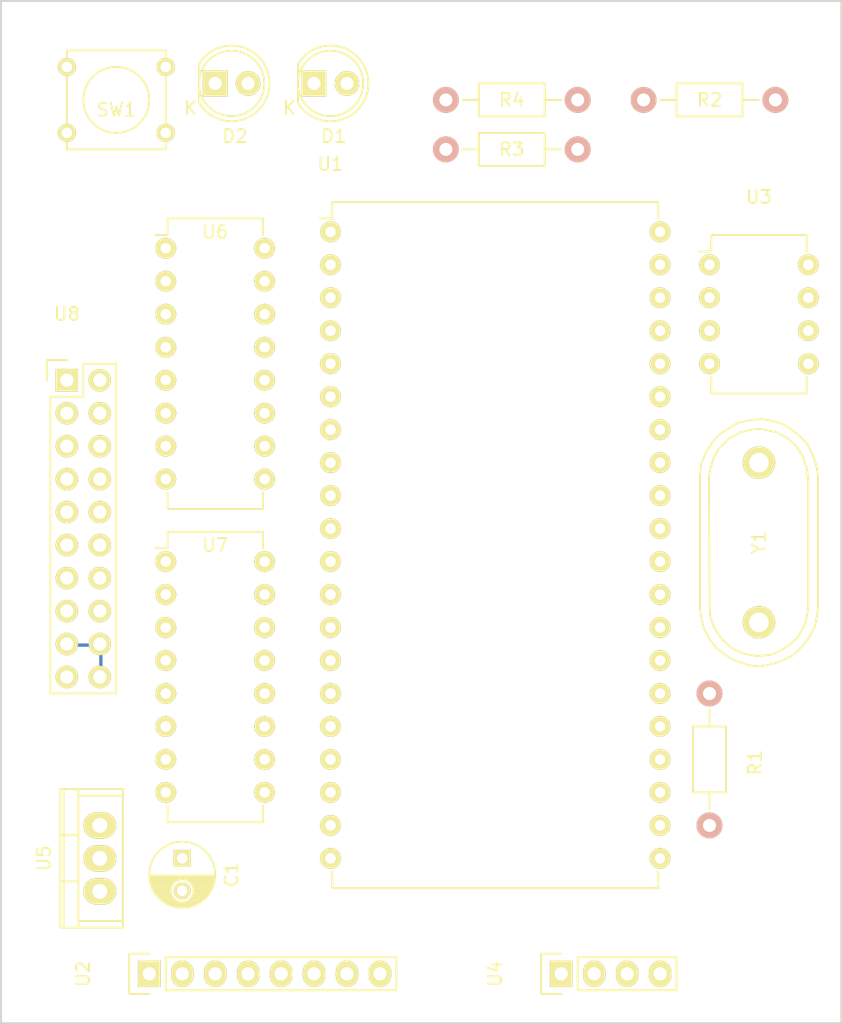
<source format=kicad_pcb>
(kicad_pcb (version 4) (host pcbnew 4.0.0-stable)

  (general
    (links 74)
    (no_connects 74)
    (area 30.404999 30.404999 157.555001 132.155001)
    (thickness 1.6)
    (drawings 4)
    (tracks 2)
    (zones 0)
    (modules 17)
    (nets 58)
  )

  (page A4)
  (layers
    (0 F.Cu signal)
    (31 B.Cu signal)
    (32 B.Adhes user)
    (33 F.Adhes user)
    (34 B.Paste user)
    (35 F.Paste user)
    (36 B.SilkS user)
    (37 F.SilkS user)
    (38 B.Mask user)
    (39 F.Mask user)
    (40 Dwgs.User user)
    (41 Cmts.User user)
    (42 Eco1.User user)
    (43 Eco2.User user)
    (44 Edge.Cuts user)
    (45 Margin user)
    (46 B.CrtYd user)
    (47 F.CrtYd user)
    (48 B.Fab user)
    (49 F.Fab user)
  )

  (setup
    (last_trace_width 0.25)
    (trace_clearance 0.2)
    (zone_clearance 0.508)
    (zone_45_only no)
    (trace_min 0.2)
    (segment_width 0.2)
    (edge_width 0.15)
    (via_size 0.6)
    (via_drill 0.4)
    (via_min_size 0.4)
    (via_min_drill 0.3)
    (uvia_size 0.3)
    (uvia_drill 0.1)
    (uvias_allowed no)
    (uvia_min_size 0.2)
    (uvia_min_drill 0.1)
    (pcb_text_width 0.3)
    (pcb_text_size 1.5 1.5)
    (mod_edge_width 0.15)
    (mod_text_size 1 1)
    (mod_text_width 0.15)
    (pad_size 1.524 1.524)
    (pad_drill 0.762)
    (pad_to_mask_clearance 0.2)
    (aux_axis_origin 0 0)
    (visible_elements FFFFFF7F)
    (pcbplotparams
      (layerselection 0x00030_80000001)
      (usegerberextensions false)
      (excludeedgelayer true)
      (linewidth 0.100000)
      (plotframeref false)
      (viasonmask false)
      (mode 1)
      (useauxorigin false)
      (hpglpennumber 1)
      (hpglpenspeed 20)
      (hpglpendiameter 15)
      (hpglpenoverlay 2)
      (psnegative false)
      (psa4output false)
      (plotreference true)
      (plotvalue true)
      (plotinvisibletext false)
      (padsonsilk false)
      (subtractmaskfromsilk false)
      (outputformat 1)
      (mirror false)
      (drillshape 1)
      (scaleselection 1)
      (outputdirectory ""))
  )

  (net 0 "")
  (net 1 +3V3)
  (net 2 "Net-(R1-Pad2)")
  (net 3 GND)
  (net 4 "Net-(U1-Pad2)")
  (net 5 "Net-(U1-Pad3)")
  (net 6 "Net-(U1-Pad4)")
  (net 7 "Net-(U1-Pad5)")
  (net 8 "Net-(U1-Pad6)")
  (net 9 "Net-(U1-Pad7)")
  (net 10 "Net-(U1-Pad8)")
  (net 11 "Net-(U1-Pad13)")
  (net 12 "Net-(U1-Pad14)")
  (net 13 "Net-(U1-Pad15)")
  (net 14 "Net-(U1-Pad16)")
  (net 15 "Net-(U1-Pad17)")
  (net 16 "Net-(U1-Pad18)")
  (net 17 "Net-(U1-Pad19)")
  (net 18 "Net-(U1-Pad20)")
  (net 19 "Net-(U1-Pad30)")
  (net 20 "Net-(U1-Pad31)")
  (net 21 "Net-(U1-Pad36)")
  (net 22 "Net-(U1-Pad37)")
  (net 23 "Net-(U1-Pad39)")
  (net 24 "Net-(U1-Pad40)")
  (net 25 "Net-(D1-Pad1)")
  (net 26 "Net-(D2-Pad1)")
  (net 27 "Net-(D2-Pad2)")
  (net 28 "Net-(R2-Pad2)")
  (net 29 /D0)
  (net 30 /D1)
  (net 31 /D2)
  (net 32 /D3)
  (net 33 /D4)
  (net 34 /D5)
  (net 35 /D6)
  (net 36 /D7)
  (net 37 //IORQ)
  (net 38 //WR)
  (net 39 /A7)
  (net 40 "Net-(U6-Pad3)")
  (net 41 "Net-(U6-Pad5)")
  (net 42 "Net-(U6-Pad7)")
  (net 43 "Net-(U6-Pad9)")
  (net 44 "Net-(U6-Pad11)")
  (net 45 "Net-(U6-Pad14)")
  (net 46 "Net-(U7-Pad3)")
  (net 47 "Net-(U7-Pad5)")
  (net 48 "Net-(U7-Pad7)")
  (net 49 "Net-(U7-Pad9)")
  (net 50 "Net-(U7-Pad11)")
  (net 51 "Net-(U7-Pad15)")
  (net 52 +5V)
  (net 53 "Net-(U8-Pad3)")
  (net 54 "Net-(U8-Pad4)")
  (net 55 "Net-(U8-Pad5)")
  (net 56 "Net-(U8-Pad6)")
  (net 57 "Net-(U8-Pad7)")

  (net_class Default "This is the default net class."
    (clearance 0.2)
    (trace_width 0.25)
    (via_dia 0.6)
    (via_drill 0.4)
    (uvia_dia 0.3)
    (uvia_drill 0.1)
    (add_net +3V3)
    (add_net +5V)
    (add_net //IORQ)
    (add_net //WR)
    (add_net /A7)
    (add_net /D0)
    (add_net /D1)
    (add_net /D2)
    (add_net /D3)
    (add_net /D4)
    (add_net /D5)
    (add_net /D6)
    (add_net /D7)
    (add_net GND)
    (add_net "Net-(D1-Pad1)")
    (add_net "Net-(D2-Pad1)")
    (add_net "Net-(D2-Pad2)")
    (add_net "Net-(R1-Pad2)")
    (add_net "Net-(R2-Pad2)")
    (add_net "Net-(U1-Pad13)")
    (add_net "Net-(U1-Pad14)")
    (add_net "Net-(U1-Pad15)")
    (add_net "Net-(U1-Pad16)")
    (add_net "Net-(U1-Pad17)")
    (add_net "Net-(U1-Pad18)")
    (add_net "Net-(U1-Pad19)")
    (add_net "Net-(U1-Pad2)")
    (add_net "Net-(U1-Pad20)")
    (add_net "Net-(U1-Pad3)")
    (add_net "Net-(U1-Pad30)")
    (add_net "Net-(U1-Pad31)")
    (add_net "Net-(U1-Pad36)")
    (add_net "Net-(U1-Pad37)")
    (add_net "Net-(U1-Pad39)")
    (add_net "Net-(U1-Pad4)")
    (add_net "Net-(U1-Pad40)")
    (add_net "Net-(U1-Pad5)")
    (add_net "Net-(U1-Pad6)")
    (add_net "Net-(U1-Pad7)")
    (add_net "Net-(U1-Pad8)")
    (add_net "Net-(U6-Pad11)")
    (add_net "Net-(U6-Pad14)")
    (add_net "Net-(U6-Pad3)")
    (add_net "Net-(U6-Pad5)")
    (add_net "Net-(U6-Pad7)")
    (add_net "Net-(U6-Pad9)")
    (add_net "Net-(U7-Pad11)")
    (add_net "Net-(U7-Pad15)")
    (add_net "Net-(U7-Pad3)")
    (add_net "Net-(U7-Pad5)")
    (add_net "Net-(U7-Pad7)")
    (add_net "Net-(U7-Pad9)")
    (add_net "Net-(U8-Pad3)")
    (add_net "Net-(U8-Pad4)")
    (add_net "Net-(U8-Pad5)")
    (add_net "Net-(U8-Pad6)")
    (add_net "Net-(U8-Pad7)")
  )

  (module Resistors_ThroughHole:Resistor_Horizontal_RM10mm (layer F.Cu) (tedit 566E5AB7) (tstamp 566E51B9)
    (at 85.09 92.71 270)
    (descr "Resistor, Axial,  RM 10mm, 1/3W,")
    (tags "Resistor, Axial, RM 10mm, 1/3W,")
    (path /566E4B83)
    (fp_text reference R1 (at 0.24892 -3.50012 270) (layer F.SilkS)
      (effects (font (size 1 1) (thickness 0.15)))
    )
    (fp_text value 10K (at 0 0 270) (layer F.Fab)
      (effects (font (size 1 1) (thickness 0.15)))
    )
    (fp_line (start -2.54 -1.27) (end 2.54 -1.27) (layer F.SilkS) (width 0.15))
    (fp_line (start 2.54 -1.27) (end 2.54 1.27) (layer F.SilkS) (width 0.15))
    (fp_line (start 2.54 1.27) (end -2.54 1.27) (layer F.SilkS) (width 0.15))
    (fp_line (start -2.54 1.27) (end -2.54 -1.27) (layer F.SilkS) (width 0.15))
    (fp_line (start -2.54 0) (end -3.81 0) (layer F.SilkS) (width 0.15))
    (fp_line (start 2.54 0) (end 3.81 0) (layer F.SilkS) (width 0.15))
    (pad 1 thru_hole circle (at -5.08 0 270) (size 1.99898 1.99898) (drill 1.00076) (layers *.Cu *.SilkS *.Mask)
      (net 1 +3V3))
    (pad 2 thru_hole circle (at 5.08 0 270) (size 1.99898 1.99898) (drill 1.00076) (layers *.Cu *.SilkS *.Mask)
      (net 2 "Net-(R1-Pad2)"))
    (model Resistors_ThroughHole.3dshapes/Resistor_Horizontal_RM10mm.wrl
      (at (xyz 0 0 0))
      (scale (xyz 0.4 0.4 0.4))
      (rotate (xyz 0 0 0))
    )
  )

  (module Buttons_Switches_ThroughHole:SW_PUSH_SMALL (layer F.Cu) (tedit 566E5AB2) (tstamp 566E51C1)
    (at 39.37 41.91 180)
    (path /566E4BAC)
    (fp_text reference SW1 (at 0 -0.762 180) (layer F.SilkS)
      (effects (font (size 1 1) (thickness 0.15)))
    )
    (fp_text value RESET (at 0 5.08 180) (layer F.Fab)
      (effects (font (size 1 1) (thickness 0.15)))
    )
    (fp_circle (center 0 0) (end 0 -2.54) (layer F.SilkS) (width 0.15))
    (fp_line (start -3.81 -3.81) (end 3.81 -3.81) (layer F.SilkS) (width 0.15))
    (fp_line (start 3.81 -3.81) (end 3.81 3.81) (layer F.SilkS) (width 0.15))
    (fp_line (start 3.81 3.81) (end -3.81 3.81) (layer F.SilkS) (width 0.15))
    (fp_line (start -3.81 -3.81) (end -3.81 3.81) (layer F.SilkS) (width 0.15))
    (pad 1 thru_hole circle (at 3.81 -2.54 180) (size 1.397 1.397) (drill 0.8128) (layers *.Cu *.Mask F.SilkS)
      (net 2 "Net-(R1-Pad2)"))
    (pad 2 thru_hole circle (at 3.81 2.54 180) (size 1.397 1.397) (drill 0.8128) (layers *.Cu *.Mask F.SilkS)
      (net 3 GND))
    (pad 1 thru_hole circle (at -3.81 -2.54 180) (size 1.397 1.397) (drill 0.8128) (layers *.Cu *.Mask F.SilkS)
      (net 2 "Net-(R1-Pad2)"))
    (pad 2 thru_hole circle (at -3.81 2.54 180) (size 1.397 1.397) (drill 0.8128) (layers *.Cu *.Mask F.SilkS)
      (net 3 GND))
  )

  (module Housings_DIP:DIP-40_W25.4mm (layer F.Cu) (tedit 54130A77) (tstamp 566E51ED)
    (at 55.88 52.07)
    (descr "40-lead dip package, row spacing 25.4 mm (1000 mils)")
    (tags "dil dip 2.54 1000")
    (path /566E498F)
    (fp_text reference U1 (at 0 -5.22) (layer F.SilkS)
      (effects (font (size 1 1) (thickness 0.15)))
    )
    (fp_text value Propeller_P8X32A-D40 (at 0 -3.72) (layer F.Fab)
      (effects (font (size 1 1) (thickness 0.15)))
    )
    (fp_line (start -1.05 -2.45) (end -1.05 50.75) (layer F.CrtYd) (width 0.05))
    (fp_line (start 26.45 -2.45) (end 26.45 50.75) (layer F.CrtYd) (width 0.05))
    (fp_line (start -1.05 -2.45) (end 26.45 -2.45) (layer F.CrtYd) (width 0.05))
    (fp_line (start -1.05 50.75) (end 26.45 50.75) (layer F.CrtYd) (width 0.05))
    (fp_line (start 0.135 -2.295) (end 0.135 -1.025) (layer F.SilkS) (width 0.15))
    (fp_line (start 25.265 -2.295) (end 25.265 -1.025) (layer F.SilkS) (width 0.15))
    (fp_line (start 25.265 50.555) (end 25.265 49.285) (layer F.SilkS) (width 0.15))
    (fp_line (start 0.135 50.555) (end 0.135 49.285) (layer F.SilkS) (width 0.15))
    (fp_line (start 0.135 -2.295) (end 25.265 -2.295) (layer F.SilkS) (width 0.15))
    (fp_line (start 0.135 50.555) (end 25.265 50.555) (layer F.SilkS) (width 0.15))
    (fp_line (start 0.135 -1.025) (end -0.8 -1.025) (layer F.SilkS) (width 0.15))
    (pad 1 thru_hole oval (at 0 0) (size 1.6 1.6) (drill 0.8) (layers *.Cu *.Mask F.SilkS)
      (net 27 "Net-(D2-Pad2)"))
    (pad 2 thru_hole oval (at 0 2.54) (size 1.6 1.6) (drill 0.8) (layers *.Cu *.Mask F.SilkS)
      (net 4 "Net-(U1-Pad2)"))
    (pad 3 thru_hole oval (at 0 5.08) (size 1.6 1.6) (drill 0.8) (layers *.Cu *.Mask F.SilkS)
      (net 5 "Net-(U1-Pad3)"))
    (pad 4 thru_hole oval (at 0 7.62) (size 1.6 1.6) (drill 0.8) (layers *.Cu *.Mask F.SilkS)
      (net 6 "Net-(U1-Pad4)"))
    (pad 5 thru_hole oval (at 0 10.16) (size 1.6 1.6) (drill 0.8) (layers *.Cu *.Mask F.SilkS)
      (net 7 "Net-(U1-Pad5)"))
    (pad 6 thru_hole oval (at 0 12.7) (size 1.6 1.6) (drill 0.8) (layers *.Cu *.Mask F.SilkS)
      (net 8 "Net-(U1-Pad6)"))
    (pad 7 thru_hole oval (at 0 15.24) (size 1.6 1.6) (drill 0.8) (layers *.Cu *.Mask F.SilkS)
      (net 9 "Net-(U1-Pad7)"))
    (pad 8 thru_hole oval (at 0 17.78) (size 1.6 1.6) (drill 0.8) (layers *.Cu *.Mask F.SilkS)
      (net 10 "Net-(U1-Pad8)"))
    (pad 9 thru_hole oval (at 0 20.32) (size 1.6 1.6) (drill 0.8) (layers *.Cu *.Mask F.SilkS)
      (net 3 GND))
    (pad 10 thru_hole oval (at 0 22.86) (size 1.6 1.6) (drill 0.8) (layers *.Cu *.Mask F.SilkS)
      (net 3 GND))
    (pad 11 thru_hole oval (at 0 25.4) (size 1.6 1.6) (drill 0.8) (layers *.Cu *.Mask F.SilkS)
      (net 2 "Net-(R1-Pad2)"))
    (pad 12 thru_hole oval (at 0 27.94) (size 1.6 1.6) (drill 0.8) (layers *.Cu *.Mask F.SilkS)
      (net 1 +3V3))
    (pad 13 thru_hole oval (at 0 30.48) (size 1.6 1.6) (drill 0.8) (layers *.Cu *.Mask F.SilkS)
      (net 11 "Net-(U1-Pad13)"))
    (pad 14 thru_hole oval (at 0 33.02) (size 1.6 1.6) (drill 0.8) (layers *.Cu *.Mask F.SilkS)
      (net 12 "Net-(U1-Pad14)"))
    (pad 15 thru_hole oval (at 0 35.56) (size 1.6 1.6) (drill 0.8) (layers *.Cu *.Mask F.SilkS)
      (net 13 "Net-(U1-Pad15)"))
    (pad 16 thru_hole oval (at 0 38.1) (size 1.6 1.6) (drill 0.8) (layers *.Cu *.Mask F.SilkS)
      (net 14 "Net-(U1-Pad16)"))
    (pad 17 thru_hole oval (at 0 40.64) (size 1.6 1.6) (drill 0.8) (layers *.Cu *.Mask F.SilkS)
      (net 15 "Net-(U1-Pad17)"))
    (pad 18 thru_hole oval (at 0 43.18) (size 1.6 1.6) (drill 0.8) (layers *.Cu *.Mask F.SilkS)
      (net 16 "Net-(U1-Pad18)"))
    (pad 19 thru_hole oval (at 0 45.72) (size 1.6 1.6) (drill 0.8) (layers *.Cu *.Mask F.SilkS)
      (net 17 "Net-(U1-Pad19)"))
    (pad 20 thru_hole oval (at 0 48.26) (size 1.6 1.6) (drill 0.8) (layers *.Cu *.Mask F.SilkS)
      (net 18 "Net-(U1-Pad20)"))
    (pad 21 thru_hole oval (at 25.4 48.26) (size 1.6 1.6) (drill 0.8) (layers *.Cu *.Mask F.SilkS)
      (net 29 /D0))
    (pad 22 thru_hole oval (at 25.4 45.72) (size 1.6 1.6) (drill 0.8) (layers *.Cu *.Mask F.SilkS)
      (net 30 /D1))
    (pad 23 thru_hole oval (at 25.4 43.18) (size 1.6 1.6) (drill 0.8) (layers *.Cu *.Mask F.SilkS)
      (net 31 /D2))
    (pad 24 thru_hole oval (at 25.4 40.64) (size 1.6 1.6) (drill 0.8) (layers *.Cu *.Mask F.SilkS)
      (net 32 /D3))
    (pad 25 thru_hole oval (at 25.4 38.1) (size 1.6 1.6) (drill 0.8) (layers *.Cu *.Mask F.SilkS)
      (net 33 /D4))
    (pad 26 thru_hole oval (at 25.4 35.56) (size 1.6 1.6) (drill 0.8) (layers *.Cu *.Mask F.SilkS)
      (net 34 /D5))
    (pad 27 thru_hole oval (at 25.4 33.02) (size 1.6 1.6) (drill 0.8) (layers *.Cu *.Mask F.SilkS)
      (net 35 /D6))
    (pad 28 thru_hole oval (at 25.4 30.48) (size 1.6 1.6) (drill 0.8) (layers *.Cu *.Mask F.SilkS)
      (net 36 /D7))
    (pad 29 thru_hole oval (at 25.4 27.94) (size 1.6 1.6) (drill 0.8) (layers *.Cu *.Mask F.SilkS)
      (net 3 GND))
    (pad 30 thru_hole oval (at 25.4 25.4) (size 1.6 1.6) (drill 0.8) (layers *.Cu *.Mask F.SilkS)
      (net 19 "Net-(U1-Pad30)"))
    (pad 31 thru_hole oval (at 25.4 22.86) (size 1.6 1.6) (drill 0.8) (layers *.Cu *.Mask F.SilkS)
      (net 20 "Net-(U1-Pad31)"))
    (pad 32 thru_hole oval (at 25.4 20.32) (size 1.6 1.6) (drill 0.8) (layers *.Cu *.Mask F.SilkS)
      (net 1 +3V3))
    (pad 33 thru_hole oval (at 25.4 17.78) (size 1.6 1.6) (drill 0.8) (layers *.Cu *.Mask F.SilkS)
      (net 37 //IORQ))
    (pad 34 thru_hole oval (at 25.4 15.24) (size 1.6 1.6) (drill 0.8) (layers *.Cu *.Mask F.SilkS)
      (net 38 //WR))
    (pad 35 thru_hole oval (at 25.4 12.7) (size 1.6 1.6) (drill 0.8) (layers *.Cu *.Mask F.SilkS)
      (net 39 /A7))
    (pad 36 thru_hole oval (at 25.4 10.16) (size 1.6 1.6) (drill 0.8) (layers *.Cu *.Mask F.SilkS)
      (net 21 "Net-(U1-Pad36)"))
    (pad 37 thru_hole oval (at 25.4 7.62) (size 1.6 1.6) (drill 0.8) (layers *.Cu *.Mask F.SilkS)
      (net 22 "Net-(U1-Pad37)"))
    (pad 38 thru_hole oval (at 25.4 5.08) (size 1.6 1.6) (drill 0.8) (layers *.Cu *.Mask F.SilkS)
      (net 28 "Net-(R2-Pad2)"))
    (pad 39 thru_hole oval (at 25.4 2.54) (size 1.6 1.6) (drill 0.8) (layers *.Cu *.Mask F.SilkS)
      (net 23 "Net-(U1-Pad39)"))
    (pad 40 thru_hole oval (at 25.4 0) (size 1.6 1.6) (drill 0.8) (layers *.Cu *.Mask F.SilkS)
      (net 24 "Net-(U1-Pad40)"))
    (model Housings_DIP.3dshapes/DIP-40_W25.4mm.wrl
      (at (xyz 0 0 0))
      (scale (xyz 1 1 1))
      (rotate (xyz 0 0 0))
    )
  )

  (module Crystals:Crystal_HC48-U_Vertical (layer F.Cu) (tedit 0) (tstamp 566E51F3)
    (at 88.9 75.99934 90)
    (descr "Crystal, Quarz, HC48/U, vertical, stehend,")
    (tags "Crystal, Quarz, HC48/U, vertical, stehend,")
    (path /566E4A7D)
    (fp_text reference Y1 (at 0 0 90) (layer F.SilkS)
      (effects (font (size 1 1) (thickness 0.15)))
    )
    (fp_text value "5 MHz" (at 0 2.54 90) (layer F.Fab)
      (effects (font (size 1 1) (thickness 0.15)))
    )
    (fp_line (start -5.15112 -3.79984) (end 5.04952 -3.85064) (layer F.SilkS) (width 0.15))
    (fp_line (start 5.04952 -3.85064) (end 5.64896 -3.74904) (layer F.SilkS) (width 0.15))
    (fp_line (start 5.64896 -3.74904) (end 6.49986 -3.50012) (layer F.SilkS) (width 0.15))
    (fp_line (start 6.49986 -3.50012) (end 7.2009 -3.0988) (layer F.SilkS) (width 0.15))
    (fp_line (start 7.2009 -3.0988) (end 8.04926 -2.25044) (layer F.SilkS) (width 0.15))
    (fp_line (start 8.04926 -2.25044) (end 8.49884 -1.39954) (layer F.SilkS) (width 0.15))
    (fp_line (start 8.49884 -1.39954) (end 8.6995 -0.55118) (layer F.SilkS) (width 0.15))
    (fp_line (start 8.6995 -0.55118) (end 8.7503 0.09906) (layer F.SilkS) (width 0.15))
    (fp_line (start 8.7503 0.09906) (end 8.49884 1.34874) (layer F.SilkS) (width 0.15))
    (fp_line (start 8.49884 1.34874) (end 8.04926 2.19964) (layer F.SilkS) (width 0.15))
    (fp_line (start 8.04926 2.19964) (end 7.44982 2.84988) (layer F.SilkS) (width 0.15))
    (fp_line (start 7.44982 2.84988) (end 6.70052 3.35026) (layer F.SilkS) (width 0.15))
    (fp_line (start 6.70052 3.35026) (end 5.64896 3.70078) (layer F.SilkS) (width 0.15))
    (fp_line (start 5.64896 3.70078) (end 4.8006 3.79984) (layer F.SilkS) (width 0.15))
    (fp_line (start 4.8006 3.79984) (end -5.00126 3.79984) (layer F.SilkS) (width 0.15))
    (fp_line (start -5.00126 3.79984) (end -5.95122 3.64998) (layer F.SilkS) (width 0.15))
    (fp_line (start -5.95122 3.64998) (end -6.70052 3.35026) (layer F.SilkS) (width 0.15))
    (fp_line (start -6.70052 3.35026) (end -7.35076 2.94894) (layer F.SilkS) (width 0.15))
    (fp_line (start -7.35076 2.94894) (end -7.8994 2.3495) (layer F.SilkS) (width 0.15))
    (fp_line (start -7.8994 2.3495) (end -8.45058 1.45034) (layer F.SilkS) (width 0.15))
    (fp_line (start -8.45058 1.45034) (end -8.65124 0.89916) (layer F.SilkS) (width 0.15))
    (fp_line (start -8.65124 0.89916) (end -8.7503 -0.20066) (layer F.SilkS) (width 0.15))
    (fp_line (start -8.7503 -0.20066) (end -8.54964 -1.24968) (layer F.SilkS) (width 0.15))
    (fp_line (start -8.54964 -1.24968) (end -8.10006 -2.14884) (layer F.SilkS) (width 0.15))
    (fp_line (start -8.10006 -2.14884) (end -7.35076 -2.94894) (layer F.SilkS) (width 0.15))
    (fp_line (start -7.35076 -2.94894) (end -6.55066 -3.44932) (layer F.SilkS) (width 0.15))
    (fp_line (start -6.55066 -3.44932) (end -5.75056 -3.74904) (layer F.SilkS) (width 0.15))
    (fp_line (start -5.75056 -3.74904) (end -5.10032 -3.79984) (layer F.SilkS) (width 0.15))
    (fp_line (start 5.10032 4.54914) (end -4.84886 4.54914) (layer F.SilkS) (width 0.15))
    (fp_line (start -4.84886 4.54914) (end -5.5499 4.50088) (layer F.SilkS) (width 0.15))
    (fp_line (start -5.5499 4.50088) (end -6.49986 4.30022) (layer F.SilkS) (width 0.15))
    (fp_line (start -6.49986 4.30022) (end -7.24916 3.8989) (layer F.SilkS) (width 0.15))
    (fp_line (start -7.24916 3.8989) (end -8.001 3.35026) (layer F.SilkS) (width 0.15))
    (fp_line (start -8.001 3.35026) (end -8.6995 2.60096) (layer F.SilkS) (width 0.15))
    (fp_line (start -8.6995 2.60096) (end -9.19988 1.5494) (layer F.SilkS) (width 0.15))
    (fp_line (start -9.19988 1.5494) (end -9.4488 0.65024) (layer F.SilkS) (width 0.15))
    (fp_line (start -9.4488 0.65024) (end -9.5504 0) (layer F.SilkS) (width 0.15))
    (fp_line (start -9.5504 0) (end -9.4488 -0.8001) (layer F.SilkS) (width 0.15))
    (fp_line (start -9.4488 -0.8001) (end -9.10082 -1.84912) (layer F.SilkS) (width 0.15))
    (fp_line (start -9.10082 -1.84912) (end -8.60044 -2.70002) (layer F.SilkS) (width 0.15))
    (fp_line (start -8.60044 -2.70002) (end -8.15086 -3.2512) (layer F.SilkS) (width 0.15))
    (fp_line (start -8.15086 -3.2512) (end -7.44982 -3.79984) (layer F.SilkS) (width 0.15))
    (fp_line (start -7.44982 -3.79984) (end -6.59892 -4.24942) (layer F.SilkS) (width 0.15))
    (fp_line (start -6.59892 -4.24942) (end -5.79882 -4.45008) (layer F.SilkS) (width 0.15))
    (fp_line (start -5.79882 -4.45008) (end -5.04952 -4.54914) (layer F.SilkS) (width 0.15))
    (fp_line (start -5.04952 -4.54914) (end 5.10032 -4.54914) (layer F.SilkS) (width 0.15))
    (fp_line (start 5.10032 -4.54914) (end 6.05028 -4.45008) (layer F.SilkS) (width 0.15))
    (fp_line (start 6.05028 -4.45008) (end 6.90118 -4.09956) (layer F.SilkS) (width 0.15))
    (fp_line (start 6.90118 -4.09956) (end 7.80034 -3.55092) (layer F.SilkS) (width 0.15))
    (fp_line (start 7.80034 -3.55092) (end 8.39978 -2.94894) (layer F.SilkS) (width 0.15))
    (fp_line (start 8.39978 -2.94894) (end 9.19988 -1.651) (layer F.SilkS) (width 0.15))
    (fp_line (start 9.19988 -1.651) (end 9.4488 -0.65024) (layer F.SilkS) (width 0.15))
    (fp_line (start 9.4488 -0.65024) (end 9.4996 0.24892) (layer F.SilkS) (width 0.15))
    (fp_line (start 9.4996 0.24892) (end 9.34974 1.15062) (layer F.SilkS) (width 0.15))
    (fp_line (start 9.34974 1.15062) (end 9.10082 1.84912) (layer F.SilkS) (width 0.15))
    (fp_line (start 9.10082 1.84912) (end 8.65124 2.60096) (layer F.SilkS) (width 0.15))
    (fp_line (start 8.65124 2.60096) (end 8.001 3.35026) (layer F.SilkS) (width 0.15))
    (fp_line (start 8.001 3.35026) (end 7.54888 3.74904) (layer F.SilkS) (width 0.15))
    (fp_line (start 7.54888 3.74904) (end 6.74878 4.15036) (layer F.SilkS) (width 0.15))
    (fp_line (start 6.74878 4.15036) (end 5.84962 4.45008) (layer F.SilkS) (width 0.15))
    (fp_line (start 5.84962 4.45008) (end 5.10032 4.54914) (layer F.SilkS) (width 0.15))
    (pad 1 thru_hole circle (at -6.14934 0 90) (size 2.49936 2.49936) (drill 1.50114) (layers *.Cu *.Mask F.SilkS)
      (net 19 "Net-(U1-Pad30)"))
    (pad 2 thru_hole circle (at 6.14934 0 90) (size 2.49936 2.49936) (drill 1.50114) (layers *.Cu *.Mask F.SilkS)
      (net 20 "Net-(U1-Pad31)"))
  )

  (module LEDs:LED-5MM (layer F.Cu) (tedit 5688D246) (tstamp 5688AD45)
    (at 54.61 40.64)
    (descr "LED 5mm round vertical")
    (tags "LED 5mm round vertical")
    (path /5681FD4E)
    (fp_text reference D1 (at 1.524 4.064) (layer F.SilkS)
      (effects (font (size 1 1) (thickness 0.15)))
    )
    (fp_text value POWER (at 1.524 -3.937) (layer F.Fab)
      (effects (font (size 1 1) (thickness 0.15)))
    )
    (fp_line (start -1.5 -1.55) (end -1.5 1.55) (layer F.CrtYd) (width 0.05))
    (fp_arc (start 1.3 0) (end -1.5 1.55) (angle -302) (layer F.CrtYd) (width 0.05))
    (fp_arc (start 1.27 0) (end -1.23 -1.5) (angle 297.5) (layer F.SilkS) (width 0.15))
    (fp_line (start -1.23 1.5) (end -1.23 -1.5) (layer F.SilkS) (width 0.15))
    (fp_circle (center 1.27 0) (end 0.97 -2.5) (layer F.SilkS) (width 0.15))
    (fp_text user K (at -1.905 1.905) (layer F.SilkS)
      (effects (font (size 1 1) (thickness 0.15)))
    )
    (pad 1 thru_hole rect (at 0 0 90) (size 2 1.9) (drill 1.00076) (layers *.Cu *.Mask F.SilkS)
      (net 25 "Net-(D1-Pad1)"))
    (pad 2 thru_hole circle (at 2.54 0) (size 1.9 1.9) (drill 1.00076) (layers *.Cu *.Mask F.SilkS)
      (net 1 +3V3))
    (model LEDs.3dshapes/LED-5MM.wrl
      (at (xyz 0.05 0 0))
      (scale (xyz 1 1 1))
      (rotate (xyz 0 0 90))
    )
  )

  (module LEDs:LED-5MM (layer F.Cu) (tedit 5688D24C) (tstamp 5688AD4B)
    (at 46.99 40.64)
    (descr "LED 5mm round vertical")
    (tags "LED 5mm round vertical")
    (path /56821EAA)
    (fp_text reference D2 (at 1.524 4.064) (layer F.SilkS)
      (effects (font (size 1 1) (thickness 0.15)))
    )
    (fp_text value DEBUG (at 1.524 -3.937) (layer F.Fab)
      (effects (font (size 1 1) (thickness 0.15)))
    )
    (fp_line (start -1.5 -1.55) (end -1.5 1.55) (layer F.CrtYd) (width 0.05))
    (fp_arc (start 1.3 0) (end -1.5 1.55) (angle -302) (layer F.CrtYd) (width 0.05))
    (fp_arc (start 1.27 0) (end -1.23 -1.5) (angle 297.5) (layer F.SilkS) (width 0.15))
    (fp_line (start -1.23 1.5) (end -1.23 -1.5) (layer F.SilkS) (width 0.15))
    (fp_circle (center 1.27 0) (end 0.97 -2.5) (layer F.SilkS) (width 0.15))
    (fp_text user K (at -1.905 1.905) (layer F.SilkS)
      (effects (font (size 1 1) (thickness 0.15)))
    )
    (pad 1 thru_hole rect (at 0 0 90) (size 2 1.9) (drill 1.00076) (layers *.Cu *.Mask F.SilkS)
      (net 26 "Net-(D2-Pad1)"))
    (pad 2 thru_hole circle (at 2.54 0) (size 1.9 1.9) (drill 1.00076) (layers *.Cu *.Mask F.SilkS)
      (net 27 "Net-(D2-Pad2)"))
    (model LEDs.3dshapes/LED-5MM.wrl
      (at (xyz 0.05 0 0))
      (scale (xyz 1 1 1))
      (rotate (xyz 0 0 90))
    )
  )

  (module Resistors_ThroughHole:Resistor_Horizontal_RM10mm (layer F.Cu) (tedit 53F56209) (tstamp 5688AD51)
    (at 85.09 41.91 180)
    (descr "Resistor, Axial,  RM 10mm, 1/3W,")
    (tags "Resistor, Axial, RM 10mm, 1/3W,")
    (path /5681F454)
    (fp_text reference R2 (at 0 0 180) (layer F.SilkS)
      (effects (font (size 1 1) (thickness 0.15)))
    )
    (fp_text value 10k (at 0 2.54 180) (layer F.Fab)
      (effects (font (size 1 1) (thickness 0.15)))
    )
    (fp_line (start -2.54 -1.27) (end 2.54 -1.27) (layer F.SilkS) (width 0.15))
    (fp_line (start 2.54 -1.27) (end 2.54 1.27) (layer F.SilkS) (width 0.15))
    (fp_line (start 2.54 1.27) (end -2.54 1.27) (layer F.SilkS) (width 0.15))
    (fp_line (start -2.54 1.27) (end -2.54 -1.27) (layer F.SilkS) (width 0.15))
    (fp_line (start -2.54 0) (end -3.81 0) (layer F.SilkS) (width 0.15))
    (fp_line (start 2.54 0) (end 3.81 0) (layer F.SilkS) (width 0.15))
    (pad 1 thru_hole circle (at -5.08 0 180) (size 1.99898 1.99898) (drill 1.00076) (layers *.Cu *.SilkS *.Mask)
      (net 1 +3V3))
    (pad 2 thru_hole circle (at 5.08 0 180) (size 1.99898 1.99898) (drill 1.00076) (layers *.Cu *.SilkS *.Mask)
      (net 28 "Net-(R2-Pad2)"))
    (model Resistors_ThroughHole.3dshapes/Resistor_Horizontal_RM10mm.wrl
      (at (xyz 0 0 0))
      (scale (xyz 0.4 0.4 0.4))
      (rotate (xyz 0 0 0))
    )
  )

  (module Resistors_ThroughHole:Resistor_Horizontal_RM10mm (layer F.Cu) (tedit 53F56209) (tstamp 5688AD57)
    (at 69.85 45.72)
    (descr "Resistor, Axial,  RM 10mm, 1/3W,")
    (tags "Resistor, Axial, RM 10mm, 1/3W,")
    (path /5681FD9C)
    (fp_text reference R3 (at 0 0) (layer F.SilkS)
      (effects (font (size 1 1) (thickness 0.15)))
    )
    (fp_text value 100 (at 0 2.54) (layer F.Fab)
      (effects (font (size 1 1) (thickness 0.15)))
    )
    (fp_line (start -2.54 -1.27) (end 2.54 -1.27) (layer F.SilkS) (width 0.15))
    (fp_line (start 2.54 -1.27) (end 2.54 1.27) (layer F.SilkS) (width 0.15))
    (fp_line (start 2.54 1.27) (end -2.54 1.27) (layer F.SilkS) (width 0.15))
    (fp_line (start -2.54 1.27) (end -2.54 -1.27) (layer F.SilkS) (width 0.15))
    (fp_line (start -2.54 0) (end -3.81 0) (layer F.SilkS) (width 0.15))
    (fp_line (start 2.54 0) (end 3.81 0) (layer F.SilkS) (width 0.15))
    (pad 1 thru_hole circle (at -5.08 0) (size 1.99898 1.99898) (drill 1.00076) (layers *.Cu *.SilkS *.Mask)
      (net 25 "Net-(D1-Pad1)"))
    (pad 2 thru_hole circle (at 5.08 0) (size 1.99898 1.99898) (drill 1.00076) (layers *.Cu *.SilkS *.Mask)
      (net 3 GND))
    (model Resistors_ThroughHole.3dshapes/Resistor_Horizontal_RM10mm.wrl
      (at (xyz 0 0 0))
      (scale (xyz 0.4 0.4 0.4))
      (rotate (xyz 0 0 0))
    )
  )

  (module Resistors_ThroughHole:Resistor_Horizontal_RM10mm (layer F.Cu) (tedit 53F56209) (tstamp 5688AD5D)
    (at 69.85 41.91)
    (descr "Resistor, Axial,  RM 10mm, 1/3W,")
    (tags "Resistor, Axial, RM 10mm, 1/3W,")
    (path /56821F00)
    (fp_text reference R4 (at 0 0) (layer F.SilkS)
      (effects (font (size 1 1) (thickness 0.15)))
    )
    (fp_text value 100 (at 0 -2.54) (layer F.Fab)
      (effects (font (size 1 1) (thickness 0.15)))
    )
    (fp_line (start -2.54 -1.27) (end 2.54 -1.27) (layer F.SilkS) (width 0.15))
    (fp_line (start 2.54 -1.27) (end 2.54 1.27) (layer F.SilkS) (width 0.15))
    (fp_line (start 2.54 1.27) (end -2.54 1.27) (layer F.SilkS) (width 0.15))
    (fp_line (start -2.54 1.27) (end -2.54 -1.27) (layer F.SilkS) (width 0.15))
    (fp_line (start -2.54 0) (end -3.81 0) (layer F.SilkS) (width 0.15))
    (fp_line (start 2.54 0) (end 3.81 0) (layer F.SilkS) (width 0.15))
    (pad 1 thru_hole circle (at -5.08 0) (size 1.99898 1.99898) (drill 1.00076) (layers *.Cu *.SilkS *.Mask)
      (net 26 "Net-(D2-Pad1)"))
    (pad 2 thru_hole circle (at 5.08 0) (size 1.99898 1.99898) (drill 1.00076) (layers *.Cu *.SilkS *.Mask)
      (net 3 GND))
    (model Resistors_ThroughHole.3dshapes/Resistor_Horizontal_RM10mm.wrl
      (at (xyz 0 0 0))
      (scale (xyz 0.4 0.4 0.4))
      (rotate (xyz 0 0 0))
    )
  )

  (module Pin_Headers:Pin_Header_Straight_1x08 (layer F.Cu) (tedit 568B69B7) (tstamp 5688AD69)
    (at 41.91 109.22 90)
    (descr "Through hole pin header")
    (tags "pin header")
    (path /5681E1A9)
    (fp_text reference U2 (at 0 -5.1 90) (layer F.SilkS)
      (effects (font (size 1 1) (thickness 0.15)))
    )
    (fp_text value VGA_daughter_board (at 0 -3.1 90) (layer F.Fab) hide
      (effects (font (size 1 1) (thickness 0.15)))
    )
    (fp_line (start -1.75 -1.75) (end -1.75 19.55) (layer F.CrtYd) (width 0.05))
    (fp_line (start 1.75 -1.75) (end 1.75 19.55) (layer F.CrtYd) (width 0.05))
    (fp_line (start -1.75 -1.75) (end 1.75 -1.75) (layer F.CrtYd) (width 0.05))
    (fp_line (start -1.75 19.55) (end 1.75 19.55) (layer F.CrtYd) (width 0.05))
    (fp_line (start 1.27 1.27) (end 1.27 19.05) (layer F.SilkS) (width 0.15))
    (fp_line (start 1.27 19.05) (end -1.27 19.05) (layer F.SilkS) (width 0.15))
    (fp_line (start -1.27 19.05) (end -1.27 1.27) (layer F.SilkS) (width 0.15))
    (fp_line (start 1.55 -1.55) (end 1.55 0) (layer F.SilkS) (width 0.15))
    (fp_line (start 1.27 1.27) (end -1.27 1.27) (layer F.SilkS) (width 0.15))
    (fp_line (start -1.55 0) (end -1.55 -1.55) (layer F.SilkS) (width 0.15))
    (fp_line (start -1.55 -1.55) (end 1.55 -1.55) (layer F.SilkS) (width 0.15))
    (pad 1 thru_hole rect (at 0 0 90) (size 2.032 1.7272) (drill 1.016) (layers *.Cu *.Mask F.SilkS)
      (net 11 "Net-(U1-Pad13)"))
    (pad 2 thru_hole oval (at 0 2.54 90) (size 2.032 1.7272) (drill 1.016) (layers *.Cu *.Mask F.SilkS)
      (net 12 "Net-(U1-Pad14)"))
    (pad 3 thru_hole oval (at 0 5.08 90) (size 2.032 1.7272) (drill 1.016) (layers *.Cu *.Mask F.SilkS)
      (net 13 "Net-(U1-Pad15)"))
    (pad 4 thru_hole oval (at 0 7.62 90) (size 2.032 1.7272) (drill 1.016) (layers *.Cu *.Mask F.SilkS)
      (net 14 "Net-(U1-Pad16)"))
    (pad 5 thru_hole oval (at 0 10.16 90) (size 2.032 1.7272) (drill 1.016) (layers *.Cu *.Mask F.SilkS)
      (net 15 "Net-(U1-Pad17)"))
    (pad 6 thru_hole oval (at 0 12.7 90) (size 2.032 1.7272) (drill 1.016) (layers *.Cu *.Mask F.SilkS)
      (net 16 "Net-(U1-Pad18)"))
    (pad 7 thru_hole oval (at 0 15.24 90) (size 2.032 1.7272) (drill 1.016) (layers *.Cu *.Mask F.SilkS)
      (net 17 "Net-(U1-Pad19)"))
    (pad 8 thru_hole oval (at 0 17.78 90) (size 2.032 1.7272) (drill 1.016) (layers *.Cu *.Mask F.SilkS)
      (net 18 "Net-(U1-Pad20)"))
    (model Pin_Headers.3dshapes/Pin_Header_Straight_1x08.wrl
      (at (xyz 0 -0.35 0))
      (scale (xyz 1 1 1))
      (rotate (xyz 0 0 90))
    )
  )

  (module Housings_DIP:DIP-8_W7.62mm (layer F.Cu) (tedit 54130A77) (tstamp 5688AD75)
    (at 85.09 54.61)
    (descr "8-lead dip package, row spacing 7.62 mm (300 mils)")
    (tags "dil dip 2.54 300")
    (path /5681F117)
    (fp_text reference U3 (at 3.81 -5.22) (layer F.SilkS)
      (effects (font (size 1 1) (thickness 0.15)))
    )
    (fp_text value 24LC256 (at 3.81 -3.81) (layer F.Fab)
      (effects (font (size 1 1) (thickness 0.15)))
    )
    (fp_line (start -1.05 -2.45) (end -1.05 10.1) (layer F.CrtYd) (width 0.05))
    (fp_line (start 8.65 -2.45) (end 8.65 10.1) (layer F.CrtYd) (width 0.05))
    (fp_line (start -1.05 -2.45) (end 8.65 -2.45) (layer F.CrtYd) (width 0.05))
    (fp_line (start -1.05 10.1) (end 8.65 10.1) (layer F.CrtYd) (width 0.05))
    (fp_line (start 0.135 -2.295) (end 0.135 -1.025) (layer F.SilkS) (width 0.15))
    (fp_line (start 7.485 -2.295) (end 7.485 -1.025) (layer F.SilkS) (width 0.15))
    (fp_line (start 7.485 9.915) (end 7.485 8.645) (layer F.SilkS) (width 0.15))
    (fp_line (start 0.135 9.915) (end 0.135 8.645) (layer F.SilkS) (width 0.15))
    (fp_line (start 0.135 -2.295) (end 7.485 -2.295) (layer F.SilkS) (width 0.15))
    (fp_line (start 0.135 9.915) (end 7.485 9.915) (layer F.SilkS) (width 0.15))
    (fp_line (start 0.135 -1.025) (end -0.8 -1.025) (layer F.SilkS) (width 0.15))
    (pad 1 thru_hole oval (at 0 0) (size 1.6 1.6) (drill 0.8) (layers *.Cu *.Mask F.SilkS)
      (net 3 GND))
    (pad 2 thru_hole oval (at 0 2.54) (size 1.6 1.6) (drill 0.8) (layers *.Cu *.Mask F.SilkS)
      (net 3 GND))
    (pad 3 thru_hole oval (at 0 5.08) (size 1.6 1.6) (drill 0.8) (layers *.Cu *.Mask F.SilkS)
      (net 3 GND))
    (pad 4 thru_hole oval (at 0 7.62) (size 1.6 1.6) (drill 0.8) (layers *.Cu *.Mask F.SilkS)
      (net 3 GND))
    (pad 5 thru_hole oval (at 7.62 7.62) (size 1.6 1.6) (drill 0.8) (layers *.Cu *.Mask F.SilkS)
      (net 28 "Net-(R2-Pad2)"))
    (pad 6 thru_hole oval (at 7.62 5.08) (size 1.6 1.6) (drill 0.8) (layers *.Cu *.Mask F.SilkS)
      (net 22 "Net-(U1-Pad37)"))
    (pad 7 thru_hole oval (at 7.62 2.54) (size 1.6 1.6) (drill 0.8) (layers *.Cu *.Mask F.SilkS)
      (net 3 GND))
    (pad 8 thru_hole oval (at 7.62 0) (size 1.6 1.6) (drill 0.8) (layers *.Cu *.Mask F.SilkS)
      (net 1 +3V3))
    (model Housings_DIP.3dshapes/DIP-8_W7.62mm.wrl
      (at (xyz 0 0 0))
      (scale (xyz 1 1 1))
      (rotate (xyz 0 0 0))
    )
  )

  (module Pin_Headers:Pin_Header_Straight_1x04 (layer F.Cu) (tedit 568B69BA) (tstamp 5688AD7D)
    (at 73.66 109.22 90)
    (descr "Through hole pin header")
    (tags "pin header")
    (path /5681F4AC)
    (fp_text reference U4 (at 0 -5.1 90) (layer F.SilkS)
      (effects (font (size 1 1) (thickness 0.15)))
    )
    (fp_text value Propeller_Plug (at 0 -3.1 90) (layer F.Fab) hide
      (effects (font (size 1 1) (thickness 0.15)))
    )
    (fp_line (start -1.75 -1.75) (end -1.75 9.4) (layer F.CrtYd) (width 0.05))
    (fp_line (start 1.75 -1.75) (end 1.75 9.4) (layer F.CrtYd) (width 0.05))
    (fp_line (start -1.75 -1.75) (end 1.75 -1.75) (layer F.CrtYd) (width 0.05))
    (fp_line (start -1.75 9.4) (end 1.75 9.4) (layer F.CrtYd) (width 0.05))
    (fp_line (start -1.27 1.27) (end -1.27 8.89) (layer F.SilkS) (width 0.15))
    (fp_line (start 1.27 1.27) (end 1.27 8.89) (layer F.SilkS) (width 0.15))
    (fp_line (start 1.55 -1.55) (end 1.55 0) (layer F.SilkS) (width 0.15))
    (fp_line (start -1.27 8.89) (end 1.27 8.89) (layer F.SilkS) (width 0.15))
    (fp_line (start 1.27 1.27) (end -1.27 1.27) (layer F.SilkS) (width 0.15))
    (fp_line (start -1.55 0) (end -1.55 -1.55) (layer F.SilkS) (width 0.15))
    (fp_line (start -1.55 -1.55) (end 1.55 -1.55) (layer F.SilkS) (width 0.15))
    (pad 1 thru_hole rect (at 0 0 90) (size 2.032 1.7272) (drill 1.016) (layers *.Cu *.Mask F.SilkS)
      (net 3 GND))
    (pad 2 thru_hole oval (at 0 2.54 90) (size 2.032 1.7272) (drill 1.016) (layers *.Cu *.Mask F.SilkS)
      (net 2 "Net-(R1-Pad2)"))
    (pad 3 thru_hole oval (at 0 5.08 90) (size 2.032 1.7272) (drill 1.016) (layers *.Cu *.Mask F.SilkS)
      (net 24 "Net-(U1-Pad40)"))
    (pad 4 thru_hole oval (at 0 7.62 90) (size 2.032 1.7272) (drill 1.016) (layers *.Cu *.Mask F.SilkS)
      (net 23 "Net-(U1-Pad39)"))
    (model Pin_Headers.3dshapes/Pin_Header_Straight_1x04.wrl
      (at (xyz 0 -0.15 0))
      (scale (xyz 1 1 1))
      (rotate (xyz 0 0 90))
    )
  )

  (module Power_Integrations:TO-220 (layer F.Cu) (tedit 0) (tstamp 5688AD84)
    (at 38.1 100.33 90)
    (descr "Non Isolated JEDEC TO-220 Package")
    (tags "Power Integration YN Package")
    (path /5681F8BE)
    (fp_text reference U5 (at 0 -4.318 90) (layer F.SilkS)
      (effects (font (size 1 1) (thickness 0.15)))
    )
    (fp_text value LM2937-3.3 (at 0 -4.318 90) (layer F.Fab)
      (effects (font (size 1 1) (thickness 0.15)))
    )
    (fp_line (start 4.826 -1.651) (end 4.826 1.778) (layer F.SilkS) (width 0.15))
    (fp_line (start -4.826 -1.651) (end -4.826 1.778) (layer F.SilkS) (width 0.15))
    (fp_line (start 5.334 -2.794) (end -5.334 -2.794) (layer F.SilkS) (width 0.15))
    (fp_line (start 1.778 -1.778) (end 1.778 -3.048) (layer F.SilkS) (width 0.15))
    (fp_line (start -1.778 -1.778) (end -1.778 -3.048) (layer F.SilkS) (width 0.15))
    (fp_line (start -5.334 -1.651) (end 5.334 -1.651) (layer F.SilkS) (width 0.15))
    (fp_line (start 5.334 1.778) (end -5.334 1.778) (layer F.SilkS) (width 0.15))
    (fp_line (start -5.334 -3.048) (end -5.334 1.778) (layer F.SilkS) (width 0.15))
    (fp_line (start 5.334 -3.048) (end 5.334 1.778) (layer F.SilkS) (width 0.15))
    (fp_line (start 5.334 -3.048) (end -5.334 -3.048) (layer F.SilkS) (width 0.15))
    (pad 2 thru_hole oval (at 0 0 90) (size 2.032 2.54) (drill 1.143) (layers *.Cu *.Mask F.SilkS)
      (net 3 GND))
    (pad 3 thru_hole oval (at 2.54 0 90) (size 2.032 2.54) (drill 1.143) (layers *.Cu *.Mask F.SilkS)
      (net 1 +3V3))
    (pad 1 thru_hole oval (at -2.54 0 90) (size 2.032 2.54) (drill 1.143) (layers *.Cu *.Mask F.SilkS)
      (net 52 +5V))
  )

  (module Housings_DIP:DIP-16_W7.62mm (layer F.Cu) (tedit 54130A77) (tstamp 5688AD98)
    (at 43.18 53.34)
    (descr "16-lead dip package, row spacing 7.62 mm (300 mils)")
    (tags "dil dip 2.54 300")
    (path /56823642)
    (fp_text reference U6 (at 3.81 -1.27) (layer F.SilkS)
      (effects (font (size 1 1) (thickness 0.15)))
    )
    (fp_text value 74HC4050 (at 0 -3.72) (layer F.Fab)
      (effects (font (size 1 1) (thickness 0.15)))
    )
    (fp_line (start -1.05 -2.45) (end -1.05 20.25) (layer F.CrtYd) (width 0.05))
    (fp_line (start 8.65 -2.45) (end 8.65 20.25) (layer F.CrtYd) (width 0.05))
    (fp_line (start -1.05 -2.45) (end 8.65 -2.45) (layer F.CrtYd) (width 0.05))
    (fp_line (start -1.05 20.25) (end 8.65 20.25) (layer F.CrtYd) (width 0.05))
    (fp_line (start 0.135 -2.295) (end 0.135 -1.025) (layer F.SilkS) (width 0.15))
    (fp_line (start 7.485 -2.295) (end 7.485 -1.025) (layer F.SilkS) (width 0.15))
    (fp_line (start 7.485 20.075) (end 7.485 18.805) (layer F.SilkS) (width 0.15))
    (fp_line (start 0.135 20.075) (end 0.135 18.805) (layer F.SilkS) (width 0.15))
    (fp_line (start 0.135 -2.295) (end 7.485 -2.295) (layer F.SilkS) (width 0.15))
    (fp_line (start 0.135 20.075) (end 7.485 20.075) (layer F.SilkS) (width 0.15))
    (fp_line (start 0.135 -1.025) (end -0.8 -1.025) (layer F.SilkS) (width 0.15))
    (pad 1 thru_hole oval (at 0 0) (size 1.6 1.6) (drill 0.8) (layers *.Cu *.Mask F.SilkS)
      (net 1 +3V3))
    (pad 2 thru_hole oval (at 0 2.54) (size 1.6 1.6) (drill 0.8) (layers *.Cu *.Mask F.SilkS)
      (net 29 /D0))
    (pad 3 thru_hole oval (at 0 5.08) (size 1.6 1.6) (drill 0.8) (layers *.Cu *.Mask F.SilkS)
      (net 40 "Net-(U6-Pad3)"))
    (pad 4 thru_hole oval (at 0 7.62) (size 1.6 1.6) (drill 0.8) (layers *.Cu *.Mask F.SilkS)
      (net 30 /D1))
    (pad 5 thru_hole oval (at 0 10.16) (size 1.6 1.6) (drill 0.8) (layers *.Cu *.Mask F.SilkS)
      (net 41 "Net-(U6-Pad5)"))
    (pad 6 thru_hole oval (at 0 12.7) (size 1.6 1.6) (drill 0.8) (layers *.Cu *.Mask F.SilkS)
      (net 31 /D2))
    (pad 7 thru_hole oval (at 0 15.24) (size 1.6 1.6) (drill 0.8) (layers *.Cu *.Mask F.SilkS)
      (net 42 "Net-(U6-Pad7)"))
    (pad 8 thru_hole oval (at 0 17.78) (size 1.6 1.6) (drill 0.8) (layers *.Cu *.Mask F.SilkS)
      (net 3 GND))
    (pad 9 thru_hole oval (at 7.62 17.78) (size 1.6 1.6) (drill 0.8) (layers *.Cu *.Mask F.SilkS)
      (net 43 "Net-(U6-Pad9)"))
    (pad 10 thru_hole oval (at 7.62 15.24) (size 1.6 1.6) (drill 0.8) (layers *.Cu *.Mask F.SilkS)
      (net 32 /D3))
    (pad 11 thru_hole oval (at 7.62 12.7) (size 1.6 1.6) (drill 0.8) (layers *.Cu *.Mask F.SilkS)
      (net 44 "Net-(U6-Pad11)"))
    (pad 12 thru_hole oval (at 7.62 10.16) (size 1.6 1.6) (drill 0.8) (layers *.Cu *.Mask F.SilkS)
      (net 33 /D4))
    (pad 13 thru_hole oval (at 7.62 7.62) (size 1.6 1.6) (drill 0.8) (layers *.Cu *.Mask F.SilkS))
    (pad 14 thru_hole oval (at 7.62 5.08) (size 1.6 1.6) (drill 0.8) (layers *.Cu *.Mask F.SilkS)
      (net 45 "Net-(U6-Pad14)"))
    (pad 15 thru_hole oval (at 7.62 2.54) (size 1.6 1.6) (drill 0.8) (layers *.Cu *.Mask F.SilkS)
      (net 34 /D5))
    (pad 16 thru_hole oval (at 7.62 0) (size 1.6 1.6) (drill 0.8) (layers *.Cu *.Mask F.SilkS))
    (model Housings_DIP.3dshapes/DIP-16_W7.62mm.wrl
      (at (xyz 0 0 0))
      (scale (xyz 1 1 1))
      (rotate (xyz 0 0 0))
    )
  )

  (module Housings_DIP:DIP-16_W7.62mm (layer F.Cu) (tedit 54130A77) (tstamp 5688ADAC)
    (at 43.18 77.47)
    (descr "16-lead dip package, row spacing 7.62 mm (300 mils)")
    (tags "dil dip 2.54 300")
    (path /56824EF2)
    (fp_text reference U7 (at 3.81 -1.27) (layer F.SilkS)
      (effects (font (size 1 1) (thickness 0.15)))
    )
    (fp_text value 74HC4050 (at 0 -3.72) (layer F.Fab)
      (effects (font (size 1 1) (thickness 0.15)))
    )
    (fp_line (start -1.05 -2.45) (end -1.05 20.25) (layer F.CrtYd) (width 0.05))
    (fp_line (start 8.65 -2.45) (end 8.65 20.25) (layer F.CrtYd) (width 0.05))
    (fp_line (start -1.05 -2.45) (end 8.65 -2.45) (layer F.CrtYd) (width 0.05))
    (fp_line (start -1.05 20.25) (end 8.65 20.25) (layer F.CrtYd) (width 0.05))
    (fp_line (start 0.135 -2.295) (end 0.135 -1.025) (layer F.SilkS) (width 0.15))
    (fp_line (start 7.485 -2.295) (end 7.485 -1.025) (layer F.SilkS) (width 0.15))
    (fp_line (start 7.485 20.075) (end 7.485 18.805) (layer F.SilkS) (width 0.15))
    (fp_line (start 0.135 20.075) (end 0.135 18.805) (layer F.SilkS) (width 0.15))
    (fp_line (start 0.135 -2.295) (end 7.485 -2.295) (layer F.SilkS) (width 0.15))
    (fp_line (start 0.135 20.075) (end 7.485 20.075) (layer F.SilkS) (width 0.15))
    (fp_line (start 0.135 -1.025) (end -0.8 -1.025) (layer F.SilkS) (width 0.15))
    (pad 1 thru_hole oval (at 0 0) (size 1.6 1.6) (drill 0.8) (layers *.Cu *.Mask F.SilkS)
      (net 1 +3V3))
    (pad 2 thru_hole oval (at 0 2.54) (size 1.6 1.6) (drill 0.8) (layers *.Cu *.Mask F.SilkS)
      (net 35 /D6))
    (pad 3 thru_hole oval (at 0 5.08) (size 1.6 1.6) (drill 0.8) (layers *.Cu *.Mask F.SilkS)
      (net 46 "Net-(U7-Pad3)"))
    (pad 4 thru_hole oval (at 0 7.62) (size 1.6 1.6) (drill 0.8) (layers *.Cu *.Mask F.SilkS)
      (net 36 /D7))
    (pad 5 thru_hole oval (at 0 10.16) (size 1.6 1.6) (drill 0.8) (layers *.Cu *.Mask F.SilkS)
      (net 47 "Net-(U7-Pad5)"))
    (pad 6 thru_hole oval (at 0 12.7) (size 1.6 1.6) (drill 0.8) (layers *.Cu *.Mask F.SilkS)
      (net 39 /A7))
    (pad 7 thru_hole oval (at 0 15.24) (size 1.6 1.6) (drill 0.8) (layers *.Cu *.Mask F.SilkS)
      (net 48 "Net-(U7-Pad7)"))
    (pad 8 thru_hole oval (at 0 17.78) (size 1.6 1.6) (drill 0.8) (layers *.Cu *.Mask F.SilkS)
      (net 3 GND))
    (pad 9 thru_hole oval (at 7.62 17.78) (size 1.6 1.6) (drill 0.8) (layers *.Cu *.Mask F.SilkS)
      (net 49 "Net-(U7-Pad9)"))
    (pad 10 thru_hole oval (at 7.62 15.24) (size 1.6 1.6) (drill 0.8) (layers *.Cu *.Mask F.SilkS)
      (net 37 //IORQ))
    (pad 11 thru_hole oval (at 7.62 12.7) (size 1.6 1.6) (drill 0.8) (layers *.Cu *.Mask F.SilkS)
      (net 50 "Net-(U7-Pad11)"))
    (pad 12 thru_hole oval (at 7.62 10.16) (size 1.6 1.6) (drill 0.8) (layers *.Cu *.Mask F.SilkS)
      (net 38 //WR))
    (pad 13 thru_hole oval (at 7.62 7.62) (size 1.6 1.6) (drill 0.8) (layers *.Cu *.Mask F.SilkS))
    (pad 14 thru_hole oval (at 7.62 5.08) (size 1.6 1.6) (drill 0.8) (layers *.Cu *.Mask F.SilkS)
      (net 3 GND))
    (pad 15 thru_hole oval (at 7.62 2.54) (size 1.6 1.6) (drill 0.8) (layers *.Cu *.Mask F.SilkS)
      (net 51 "Net-(U7-Pad15)"))
    (pad 16 thru_hole oval (at 7.62 0) (size 1.6 1.6) (drill 0.8) (layers *.Cu *.Mask F.SilkS))
    (model Housings_DIP.3dshapes/DIP-16_W7.62mm.wrl
      (at (xyz 0 0 0))
      (scale (xyz 1 1 1))
      (rotate (xyz 0 0 0))
    )
  )

  (module Pin_Headers:Pin_Header_Straight_2x10 (layer F.Cu) (tedit 0) (tstamp 5688ADC4)
    (at 35.56 63.5)
    (descr "Through hole pin header")
    (tags "pin header")
    (path /56826E73)
    (fp_text reference U8 (at 0 -5.1) (layer F.SilkS)
      (effects (font (size 1 1) (thickness 0.15)))
    )
    (fp_text value Alice_3_bus (at 0 -3.1) (layer F.Fab)
      (effects (font (size 1 1) (thickness 0.15)))
    )
    (fp_line (start -1.75 -1.75) (end -1.75 24.65) (layer F.CrtYd) (width 0.05))
    (fp_line (start 4.3 -1.75) (end 4.3 24.65) (layer F.CrtYd) (width 0.05))
    (fp_line (start -1.75 -1.75) (end 4.3 -1.75) (layer F.CrtYd) (width 0.05))
    (fp_line (start -1.75 24.65) (end 4.3 24.65) (layer F.CrtYd) (width 0.05))
    (fp_line (start 3.81 24.13) (end 3.81 -1.27) (layer F.SilkS) (width 0.15))
    (fp_line (start -1.27 1.27) (end -1.27 24.13) (layer F.SilkS) (width 0.15))
    (fp_line (start 3.81 24.13) (end -1.27 24.13) (layer F.SilkS) (width 0.15))
    (fp_line (start 3.81 -1.27) (end 1.27 -1.27) (layer F.SilkS) (width 0.15))
    (fp_line (start 0 -1.55) (end -1.55 -1.55) (layer F.SilkS) (width 0.15))
    (fp_line (start 1.27 -1.27) (end 1.27 1.27) (layer F.SilkS) (width 0.15))
    (fp_line (start 1.27 1.27) (end -1.27 1.27) (layer F.SilkS) (width 0.15))
    (fp_line (start -1.55 -1.55) (end -1.55 0) (layer F.SilkS) (width 0.15))
    (pad 1 thru_hole rect (at 0 0) (size 1.7272 1.7272) (drill 1.016) (layers *.Cu *.Mask F.SilkS)
      (net 3 GND))
    (pad 2 thru_hole oval (at 2.54 0) (size 1.7272 1.7272) (drill 1.016) (layers *.Cu *.Mask F.SilkS)
      (net 52 +5V))
    (pad 3 thru_hole oval (at 0 2.54) (size 1.7272 1.7272) (drill 1.016) (layers *.Cu *.Mask F.SilkS)
      (net 53 "Net-(U8-Pad3)"))
    (pad 4 thru_hole oval (at 2.54 2.54) (size 1.7272 1.7272) (drill 1.016) (layers *.Cu *.Mask F.SilkS)
      (net 54 "Net-(U8-Pad4)"))
    (pad 5 thru_hole oval (at 0 5.08) (size 1.7272 1.7272) (drill 1.016) (layers *.Cu *.Mask F.SilkS)
      (net 55 "Net-(U8-Pad5)"))
    (pad 6 thru_hole oval (at 2.54 5.08) (size 1.7272 1.7272) (drill 1.016) (layers *.Cu *.Mask F.SilkS)
      (net 56 "Net-(U8-Pad6)"))
    (pad 7 thru_hole oval (at 0 7.62) (size 1.7272 1.7272) (drill 1.016) (layers *.Cu *.Mask F.SilkS)
      (net 57 "Net-(U8-Pad7)"))
    (pad 8 thru_hole oval (at 2.54 7.62) (size 1.7272 1.7272) (drill 1.016) (layers *.Cu *.Mask F.SilkS)
      (net 50 "Net-(U7-Pad11)"))
    (pad 9 thru_hole oval (at 0 10.16) (size 1.7272 1.7272) (drill 1.016) (layers *.Cu *.Mask F.SilkS)
      (net 49 "Net-(U7-Pad9)"))
    (pad 10 thru_hole oval (at 2.54 10.16) (size 1.7272 1.7272) (drill 1.016) (layers *.Cu *.Mask F.SilkS)
      (net 52 +5V))
    (pad 11 thru_hole oval (at 0 12.7) (size 1.7272 1.7272) (drill 1.016) (layers *.Cu *.Mask F.SilkS)
      (net 40 "Net-(U6-Pad3)"))
    (pad 12 thru_hole oval (at 2.54 12.7) (size 1.7272 1.7272) (drill 1.016) (layers *.Cu *.Mask F.SilkS)
      (net 41 "Net-(U6-Pad5)"))
    (pad 13 thru_hole oval (at 0 15.24) (size 1.7272 1.7272) (drill 1.016) (layers *.Cu *.Mask F.SilkS)
      (net 42 "Net-(U6-Pad7)"))
    (pad 14 thru_hole oval (at 2.54 15.24) (size 1.7272 1.7272) (drill 1.016) (layers *.Cu *.Mask F.SilkS)
      (net 43 "Net-(U6-Pad9)"))
    (pad 15 thru_hole oval (at 0 17.78) (size 1.7272 1.7272) (drill 1.016) (layers *.Cu *.Mask F.SilkS)
      (net 44 "Net-(U6-Pad11)"))
    (pad 16 thru_hole oval (at 2.54 17.78) (size 1.7272 1.7272) (drill 1.016) (layers *.Cu *.Mask F.SilkS)
      (net 45 "Net-(U6-Pad14)"))
    (pad 17 thru_hole oval (at 0 20.32) (size 1.7272 1.7272) (drill 1.016) (layers *.Cu *.Mask F.SilkS)
      (net 46 "Net-(U7-Pad3)"))
    (pad 18 thru_hole oval (at 2.54 20.32) (size 1.7272 1.7272) (drill 1.016) (layers *.Cu *.Mask F.SilkS)
      (net 47 "Net-(U7-Pad5)"))
    (pad 19 thru_hole oval (at 0 22.86) (size 1.7272 1.7272) (drill 1.016) (layers *.Cu *.Mask F.SilkS)
      (net 48 "Net-(U7-Pad7)"))
    (pad 20 thru_hole oval (at 2.54 22.86) (size 1.7272 1.7272) (drill 1.016) (layers *.Cu *.Mask F.SilkS)
      (net 3 GND))
    (model Pin_Headers.3dshapes/Pin_Header_Straight_2x10.wrl
      (at (xyz 0.05 -0.45 0))
      (scale (xyz 1 1 1))
      (rotate (xyz 0 0 90))
    )
  )

  (module Capacitors_ThroughHole:C_Radial_D5_L6_P2.5 (layer F.Cu) (tedit 0) (tstamp 568B66F1)
    (at 44.45 100.33 270)
    (descr "Radial Electrolytic Capacitor Diameter 5mm x Length 6mm, Pitch 2.5mm")
    (tags "Electrolytic Capacitor")
    (path /5681FB9D)
    (fp_text reference C1 (at 1.25 -3.8 270) (layer F.SilkS)
      (effects (font (size 1 1) (thickness 0.15)))
    )
    (fp_text value "1000 µF" (at 1.25 3.8 270) (layer F.Fab)
      (effects (font (size 1 1) (thickness 0.15)))
    )
    (fp_line (start 1.325 -2.499) (end 1.325 2.499) (layer F.SilkS) (width 0.15))
    (fp_line (start 1.465 -2.491) (end 1.465 2.491) (layer F.SilkS) (width 0.15))
    (fp_line (start 1.605 -2.475) (end 1.605 -0.095) (layer F.SilkS) (width 0.15))
    (fp_line (start 1.605 0.095) (end 1.605 2.475) (layer F.SilkS) (width 0.15))
    (fp_line (start 1.745 -2.451) (end 1.745 -0.49) (layer F.SilkS) (width 0.15))
    (fp_line (start 1.745 0.49) (end 1.745 2.451) (layer F.SilkS) (width 0.15))
    (fp_line (start 1.885 -2.418) (end 1.885 -0.657) (layer F.SilkS) (width 0.15))
    (fp_line (start 1.885 0.657) (end 1.885 2.418) (layer F.SilkS) (width 0.15))
    (fp_line (start 2.025 -2.377) (end 2.025 -0.764) (layer F.SilkS) (width 0.15))
    (fp_line (start 2.025 0.764) (end 2.025 2.377) (layer F.SilkS) (width 0.15))
    (fp_line (start 2.165 -2.327) (end 2.165 -0.835) (layer F.SilkS) (width 0.15))
    (fp_line (start 2.165 0.835) (end 2.165 2.327) (layer F.SilkS) (width 0.15))
    (fp_line (start 2.305 -2.266) (end 2.305 -0.879) (layer F.SilkS) (width 0.15))
    (fp_line (start 2.305 0.879) (end 2.305 2.266) (layer F.SilkS) (width 0.15))
    (fp_line (start 2.445 -2.196) (end 2.445 -0.898) (layer F.SilkS) (width 0.15))
    (fp_line (start 2.445 0.898) (end 2.445 2.196) (layer F.SilkS) (width 0.15))
    (fp_line (start 2.585 -2.114) (end 2.585 -0.896) (layer F.SilkS) (width 0.15))
    (fp_line (start 2.585 0.896) (end 2.585 2.114) (layer F.SilkS) (width 0.15))
    (fp_line (start 2.725 -2.019) (end 2.725 -0.871) (layer F.SilkS) (width 0.15))
    (fp_line (start 2.725 0.871) (end 2.725 2.019) (layer F.SilkS) (width 0.15))
    (fp_line (start 2.865 -1.908) (end 2.865 -0.823) (layer F.SilkS) (width 0.15))
    (fp_line (start 2.865 0.823) (end 2.865 1.908) (layer F.SilkS) (width 0.15))
    (fp_line (start 3.005 -1.78) (end 3.005 -0.745) (layer F.SilkS) (width 0.15))
    (fp_line (start 3.005 0.745) (end 3.005 1.78) (layer F.SilkS) (width 0.15))
    (fp_line (start 3.145 -1.631) (end 3.145 -0.628) (layer F.SilkS) (width 0.15))
    (fp_line (start 3.145 0.628) (end 3.145 1.631) (layer F.SilkS) (width 0.15))
    (fp_line (start 3.285 -1.452) (end 3.285 -0.44) (layer F.SilkS) (width 0.15))
    (fp_line (start 3.285 0.44) (end 3.285 1.452) (layer F.SilkS) (width 0.15))
    (fp_line (start 3.425 -1.233) (end 3.425 1.233) (layer F.SilkS) (width 0.15))
    (fp_line (start 3.565 -0.944) (end 3.565 0.944) (layer F.SilkS) (width 0.15))
    (fp_line (start 3.705 -0.472) (end 3.705 0.472) (layer F.SilkS) (width 0.15))
    (fp_circle (center 2.5 0) (end 2.5 -0.9) (layer F.SilkS) (width 0.15))
    (fp_circle (center 1.25 0) (end 1.25 -2.5375) (layer F.SilkS) (width 0.15))
    (fp_circle (center 1.25 0) (end 1.25 -2.8) (layer F.CrtYd) (width 0.05))
    (pad 1 thru_hole rect (at 0 0 270) (size 1.3 1.3) (drill 0.8) (layers *.Cu *.Mask F.SilkS)
      (net 1 +3V3))
    (pad 2 thru_hole circle (at 2.5 0 270) (size 1.3 1.3) (drill 0.8) (layers *.Cu *.Mask F.SilkS)
      (net 3 GND))
    (model Capacitors_ThroughHole.3dshapes/C_Radial_D5_L6_P2.5.wrl
      (at (xyz 0.0492126 0 0))
      (scale (xyz 1 1 1))
      (rotate (xyz 0 0 90))
    )
  )

  (gr_line (start 95.25 113.03) (end 30.48 113.03) (angle 90) (layer Edge.Cuts) (width 0.15))
  (gr_line (start 30.48 113.03) (end 30.48 34.29) (angle 90) (layer Edge.Cuts) (width 0.15))
  (gr_line (start 95.25 34.29) (end 95.25 113.03) (angle 90) (layer Edge.Cuts) (width 0.15))
  (gr_line (start 30.48 34.29) (end 95.25 34.29) (angle 90) (layer Edge.Cuts) (width 0.15))

  (segment (start 38.018601 83.901399) (end 36.259471 83.901399) (width 0.25) (layer B.Cu) (net 46) (status 30))
  (segment (start 38.181399 86.278601) (end 38.181399 84.519471) (width 0.25) (layer B.Cu) (net 47) (status 30))

)

</source>
